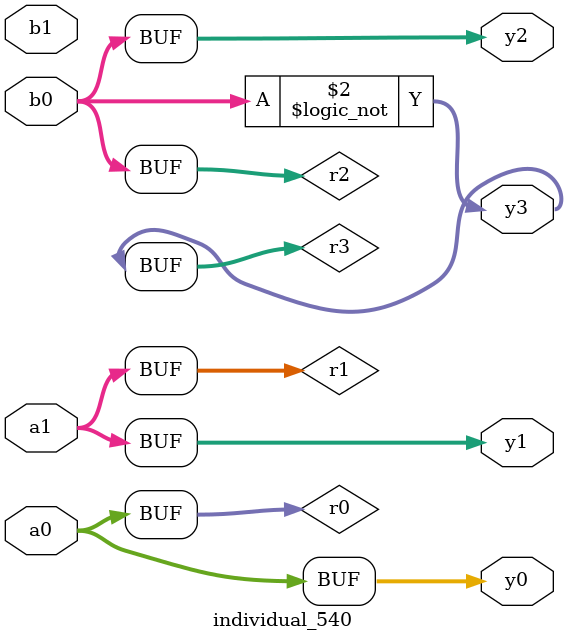
<source format=sv>
module individual_540(input logic [15:0] a1, input logic [15:0] a0, input logic [15:0] b1, input logic [15:0] b0, output logic [15:0] y3, output logic [15:0] y2, output logic [15:0] y1, output logic [15:0] y0);
logic [15:0] r0, r1, r2, r3; 
 always@(*) begin 
	 r0 = a0; r1 = a1; r2 = b0; r3 = b1; 
 	 r3 = ! r2 ;
 	 y3 = r3; y2 = r2; y1 = r1; y0 = r0; 
end
endmodule
</source>
